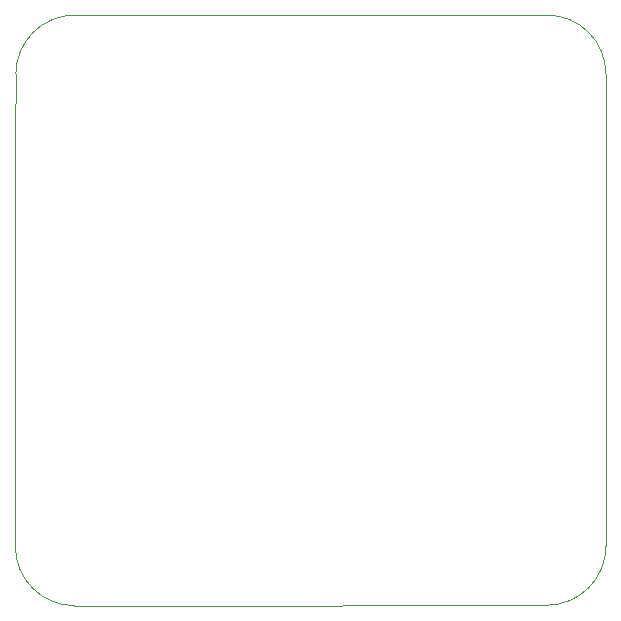
<source format=gbr>
%TF.GenerationSoftware,KiCad,Pcbnew,(7.0.0)*%
%TF.CreationDate,2023-03-16T13:32:30+02:00*%
%TF.ProjectId,FabAcademy_Week6_EleDes,46616241-6361-4646-956d-795f5765656b,rev?*%
%TF.SameCoordinates,Original*%
%TF.FileFunction,Profile,NP*%
%FSLAX46Y46*%
G04 Gerber Fmt 4.6, Leading zero omitted, Abs format (unit mm)*
G04 Created by KiCad (PCBNEW (7.0.0)) date 2023-03-16 13:32:30*
%MOMM*%
%LPD*%
G01*
G04 APERTURE LIST*
%TA.AperFunction,Profile*%
%ADD10C,0.100000*%
%TD*%
G04 APERTURE END LIST*
D10*
X180035534Y-85000000D02*
X180000000Y-90000000D01*
X230000000Y-85000000D02*
X230000000Y-120000000D01*
X190000000Y-130000000D02*
X225000000Y-129964466D01*
X180000000Y-120000000D02*
X180000000Y-125000000D01*
X180000000Y-90000000D02*
X180000000Y-120000000D01*
X180000000Y-125000000D02*
G75*
G03*
X185000000Y-130000000I5000000J0D01*
G01*
X185035534Y-80000034D02*
G75*
G03*
X180035534Y-85000000I-34J-4999966D01*
G01*
X190000000Y-130000000D02*
X185000000Y-130000000D01*
X230000000Y-120000000D02*
X230000000Y-124964466D01*
X225000000Y-129964500D02*
G75*
G03*
X230000000Y-124964466I0J5000000D01*
G01*
X190000000Y-80000000D02*
X225000000Y-80000000D01*
X230000000Y-85000000D02*
G75*
G03*
X225000000Y-80000000I-5000000J0D01*
G01*
X185035534Y-80000000D02*
X190000000Y-80000000D01*
M02*

</source>
